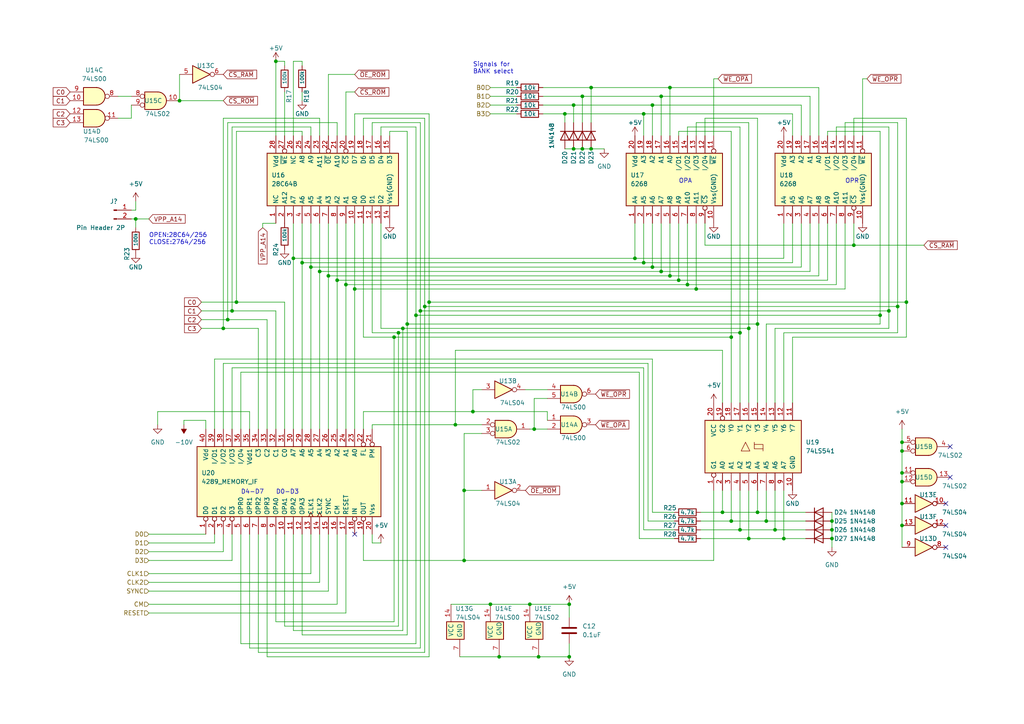
<source format=kicad_sch>
(kicad_sch (version 20230121) (generator eeschema)
  (paper "A4")
  (lib_symbols
    (symbol "000_MyLibrary:28C64B"
      (property "Reference" "U" (at -7.62 19.05 0))
      (property "Value" "28C64B" (at 1.27 19.05 0))
      (symbol "28C64B_1_1"
        (pin free line (at -12.7 15.24 0) (length 5.08) (name "NC") (number "1"))
        (pin input line (at -12.7 -7.62 0) (length 5.08) (name "A0") (number "10"))
        (pin tri_state line (at -12.7 -10.16 0) (length 5.08) (name "D0") (number "11"))
        (pin tri_state line (at -12.7 -12.7 0) (length 5.08) (name "D1") (number "12"))
        (pin tri_state line (at -12.7 -15.24 0) (length 5.08) (name "D2") (number "13"))
        (pin power_in line (at -12.7 -17.78 0) (length 5.08) (name "Vss(GND)") (number "14"))
        (pin tri_state line (at 12.7 -17.78 180) (length 5.08) (name "D3") (number "15"))
        (pin tri_state line (at 12.7 -15.24 180) (length 5.08) (name "D4") (number "16"))
        (pin tri_state line (at 12.7 -12.7 180) (length 5.08) (name "D5") (number "17"))
        (pin tri_state line (at 12.7 -10.16 180) (length 5.08) (name "D6") (number "18"))
        (pin tri_state line (at 12.7 -7.62 180) (length 5.08) (name "D7") (number "19"))
        (pin input line (at -12.7 12.7 0) (length 5.08) (name "A12") (number "2"))
        (pin input inverted (at 12.7 -5.08 180) (length 5.08) (name "~{CS}") (number "20"))
        (pin input line (at 12.7 -2.54 180) (length 5.08) (name "A10") (number "21"))
        (pin input inverted (at 12.7 0 180) (length 5.08) (name "~{OE}") (number "22"))
        (pin input line (at 12.7 2.54 180) (length 5.08) (name "A11") (number "23"))
        (pin input line (at 12.7 5.08 180) (length 5.08) (name "A9") (number "24"))
        (pin input line (at 12.7 7.62 180) (length 5.08) (name "A8") (number "25"))
        (pin free line (at 12.7 10.16 180) (length 5.08) (name "NC") (number "26"))
        (pin input inverted (at 12.7 12.7 180) (length 5.08) (name "~{WE}") (number "27"))
        (pin power_in line (at 12.7 15.24 180) (length 5.08) (name "Vdd") (number "28"))
        (pin input line (at -12.7 10.16 0) (length 5.08) (name "A7") (number "3"))
        (pin input line (at -12.7 7.62 0) (length 5.08) (name "A6") (number "4"))
        (pin input line (at -12.7 5.08 0) (length 5.08) (name "A5") (number "5"))
        (pin input line (at -12.7 2.54 0) (length 5.08) (name "A4") (number "6"))
        (pin input line (at -12.7 0 0) (length 5.08) (name "A3") (number "7"))
        (pin input line (at -12.7 -2.54 0) (length 5.08) (name "A2") (number "8"))
        (pin input line (at -12.7 -5.08 0) (length 5.08) (name "A1") (number "9"))
      )
    )
    (symbol "000_MyLibrary:4289_MEMORY_IF"
      (property "Reference" "U" (at -7.62 30.48 0))
      (property "Value" "4289_MEMORY_IF" (at 7.62 27.94 0))
      (symbol "4289_MEMORY_IF_1_1"
        (pin bidirectional inverted (at -15.24 24.13 0) (length 5.08) (name "D0") (number "1"))
        (pin input line (at -15.24 1.27 0) (length 5.08) (name "OPA1") (number "10"))
        (pin input line (at -15.24 -1.27 0) (length 5.08) (name "OPA2") (number "11"))
        (pin input line (at -15.24 -3.81 0) (length 5.08) (name "OPA3") (number "12"))
        (pin input clock (at -15.24 -6.35 0) (length 5.08) (name "CLK1") (number "13"))
        (pin input clock (at -15.24 -8.89 0) (length 5.08) (name "CLK2") (number "14"))
        (pin input line (at -15.24 -11.43 0) (length 5.08) (name "SYNC") (number "15"))
        (pin input line (at -15.24 -13.97 0) (length 5.08) (name "CM") (number "16"))
        (pin input line (at -15.24 -16.51 0) (length 5.08) (name "RESET") (number "17"))
        (pin output inverted (at -15.24 -19.05 0) (length 5.08) (name "IN") (number "18"))
        (pin output inverted (at -15.24 -21.59 0) (length 5.08) (name "OUT") (number "19"))
        (pin bidirectional inverted (at -15.24 21.59 0) (length 5.08) (name "D1") (number "2"))
        (pin power_in line (at -15.24 -24.13 0) (length 5.08) (name "Vss") (number "20"))
        (pin output inverted (at 15.24 -24.13 180) (length 5.08) (name "PM") (number "21"))
        (pin output inverted (at 15.24 -21.59 180) (length 5.08) (name "FL") (number "22"))
        (pin output line (at 15.24 -19.05 180) (length 5.08) (name "A0") (number "23"))
        (pin output line (at 15.24 -16.51 180) (length 5.08) (name "A1") (number "24"))
        (pin output line (at 15.24 -13.97 180) (length 5.08) (name "A2") (number "25"))
        (pin output line (at 15.24 -11.43 180) (length 5.08) (name "A3") (number "26"))
        (pin output line (at 15.24 -8.89 180) (length 5.08) (name "A4") (number "27"))
        (pin output line (at 15.24 -6.35 180) (length 5.08) (name "A5") (number "28"))
        (pin output line (at 15.24 -3.81 180) (length 5.08) (name "A6") (number "29"))
        (pin bidirectional inverted (at -15.24 19.05 0) (length 5.08) (name "D2") (number "3"))
        (pin output line (at 15.24 -1.27 180) (length 5.08) (name "A7") (number "30"))
        (pin output line (at 15.24 1.27 180) (length 5.08) (name "C0") (number "31"))
        (pin output line (at 15.24 3.81 180) (length 5.08) (name "C1") (number "32"))
        (pin output line (at 15.24 6.35 180) (length 5.08) (name "C2") (number "33"))
        (pin output line (at 15.24 8.89 180) (length 5.08) (name "C3") (number "34"))
        (pin power_in line (at 15.24 11.43 180) (length 5.08) (name "Vdd1") (number "35"))
        (pin bidirectional line (at 15.24 13.97 180) (length 5.08) (name "I/O4") (number "36"))
        (pin bidirectional line (at 15.24 16.51 180) (length 5.08) (name "I/O3") (number "37"))
        (pin bidirectional line (at 15.24 19.05 180) (length 5.08) (name "I/O2") (number "38"))
        (pin bidirectional line (at 15.24 21.59 180) (length 5.08) (name "I/O1") (number "39"))
        (pin bidirectional inverted (at -15.24 16.51 0) (length 5.08) (name "D3") (number "4"))
        (pin power_in line (at 15.24 24.13 180) (length 5.08) (name "Vdd") (number "40"))
        (pin input line (at -15.24 13.97 0) (length 5.08) (name "OPR0") (number "5"))
        (pin input line (at -15.24 11.43 0) (length 5.08) (name "OPR1") (number "6"))
        (pin input line (at -15.24 8.89 0) (length 5.08) (name "OPR2") (number "7"))
        (pin input line (at -15.24 6.35 0) (length 5.08) (name "OPR3") (number "8"))
        (pin input line (at -15.24 3.81 0) (length 5.08) (name "OPA0") (number "9"))
      )
    )
    (symbol "000_MyLibrary:6268"
      (property "Reference" "U17" (at 1.27 11.43 90))
      (property "Value" "6268" (at -1.27 11.43 90))
      (symbol "6268_1_1"
        (pin input line (at -12.7 10.16 0) (length 5.08) (name "A4") (number "1"))
        (pin power_in line (at -12.7 -12.7 0) (length 5.08) (name "Vss(GND)") (number "10"))
        (pin input inverted (at 12.7 -12.7 180) (length 5.08) (name "~{WE}") (number "11"))
        (pin tri_state line (at 12.7 -10.16 180) (length 5.08) (name "I/O4") (number "12"))
        (pin tri_state line (at 12.7 -7.62 180) (length 5.08) (name "I/O3") (number "13"))
        (pin tri_state line (at 12.7 -5.08 180) (length 5.08) (name "I/O2") (number "14"))
        (pin tri_state line (at 12.7 -2.54 180) (length 5.08) (name "I/O1") (number "15"))
        (pin input line (at 12.7 0 180) (length 5.08) (name "A0") (number "16"))
        (pin input line (at 12.7 2.54 180) (length 5.08) (name "A1") (number "17"))
        (pin input line (at 12.7 5.08 180) (length 5.08) (name "A2") (number "18"))
        (pin input line (at 12.7 7.62 180) (length 5.08) (name "A3") (number "19"))
        (pin input line (at -12.7 7.62 0) (length 5.08) (name "A5") (number "2"))
        (pin power_in line (at 12.7 10.16 180) (length 5.08) (name "Vdd") (number "20"))
        (pin input line (at -12.7 5.08 0) (length 5.08) (name "A6") (number "3"))
        (pin input line (at -12.7 2.54 0) (length 5.08) (name "A7") (number "4"))
        (pin input line (at -12.7 0 0) (length 5.08) (name "A8") (number "5"))
        (pin input line (at -12.7 -2.54 0) (length 5.08) (name "A9") (number "6"))
        (pin input line (at -12.7 -5.08 0) (length 5.08) (name "A10") (number "7"))
        (pin input line (at -12.7 -7.62 0) (length 5.08) (name "A11") (number "8"))
        (pin input inverted (at -12.7 -10.16 0) (length 5.08) (name "~{CS}") (number "9"))
      )
    )
    (symbol "000_MyLibrary:74LS00" (pin_names (offset 1.016))
      (property "Reference" "U" (at -1.27 6.35 0))
      (property "Value" "74LS00" (at 1.27 3.81 0))
      (symbol "74LS00_1_1"
        (pin input line (at -7.62 1.27 0) (length 3.81) (name "~") (number "1"))
        (pin input line (at -7.62 -1.27 0) (length 3.81) (name "~") (number "2"))
        (pin output inverted (at 6.35 0 180) (length 3.81) (name "~") (number "3"))
      )
      (symbol "74LS00_1_2"
        (pin input inverted (at -7.62 1.27 0) (length 4.318) (name "~") (number "1"))
        (pin input inverted (at -7.62 -1.27 0) (length 4.318) (name "~") (number "2"))
        (pin output line (at 6.35 0 180) (length 3.81) (name "~") (number "3"))
      )
      (symbol "74LS00_2_1"
        (pin input line (at -7.62 1.27 0) (length 3.81) (name "~") (number "4"))
        (pin input line (at -7.62 -1.27 0) (length 3.81) (name "~") (number "5"))
        (pin output inverted (at 6.35 0 180) (length 3.81) (name "~") (number "6"))
      )
      (symbol "74LS00_2_2"
        (pin input inverted (at -7.62 1.27 0) (length 4.318) (name "~") (number "4"))
        (pin input inverted (at -7.62 -1.27 0) (length 4.318) (name "~") (number "5"))
        (pin output line (at 6.35 0 180) (length 3.81) (name "~") (number "6"))
      )
      (symbol "74LS00_3_1"
        (pin input line (at -7.62 -1.27 0) (length 3.81) (name "~") (number "10"))
        (pin output inverted (at 6.35 0 180) (length 3.81) (name "~") (number "8"))
        (pin input line (at -7.62 1.27 0) (length 3.81) (name "~") (number "9"))
      )
      (symbol "74LS00_3_2"
        (pin input inverted (at -7.62 -1.27 0) (length 4.318) (name "~") (number "10"))
        (pin output line (at 6.35 0 180) (length 3.81) (name "~") (number "8"))
        (pin input inverted (at -7.62 1.27 0) (length 4.318) (name "~") (number "9"))
      )
      (symbol "74LS00_4_1"
        (pin output inverted (at 6.35 0 180) (length 3.81) (name "~") (number "11"))
        (pin input line (at -7.62 1.27 0) (length 3.81) (name "~") (number "12"))
        (pin input line (at -7.62 -1.27 0) (length 3.81) (name "~") (number "13"))
      )
      (symbol "74LS00_4_2"
        (pin output line (at 6.35 0 180) (length 3.81) (name "~") (number "11"))
        (pin input inverted (at -7.62 1.27 0) (length 4.318) (name "~") (number "12"))
        (pin input inverted (at -7.62 -1.27 0) (length 4.318) (name "~") (number "13"))
      )
      (symbol "74LS00_5_0"
        (pin power_in line (at -1.27 7.62 270) (length 5.08) (name "VCC") (number "14"))
        (pin power_in line (at 1.27 -7.62 90) (length 5.08) (name "GND") (number "7"))
      )
    )
    (symbol "000_MyLibrary:74LS02" (pin_names (offset 1.016))
      (property "Reference" "U" (at 0 6.35 0))
      (property "Value" "74LS02" (at 2.54 3.81 0))
      (symbol "74LS02_1_1"
        (pin output inverted (at 6.35 0 180) (length 3.81) (name "~") (number "1"))
        (pin input line (at -7.62 1.27 0) (length 4.318) (name "~") (number "2"))
        (pin input line (at -7.62 -1.27 0) (length 4.318) (name "~") (number "3"))
      )
      (symbol "74LS02_1_2"
        (pin output line (at 6.35 0 180) (length 3.81) (name "~") (number "1"))
        (pin input inverted (at -7.62 1.27 0) (length 3.81) (name "~") (number "2"))
        (pin input inverted (at -7.62 -1.27 0) (length 3.81) (name "~") (number "3"))
      )
      (symbol "74LS02_2_1"
        (pin output inverted (at 6.35 0 180) (length 3.81) (name "~") (number "4"))
        (pin input line (at -7.62 1.27 0) (length 4.318) (name "~") (number "5"))
        (pin input line (at -7.62 -1.27 0) (length 4.318) (name "~") (number "6"))
      )
      (symbol "74LS02_2_2"
        (pin output line (at 6.35 0 180) (length 3.81) (name "~") (number "4"))
        (pin input inverted (at -7.62 1.27 0) (length 3.81) (name "~") (number "5"))
        (pin input inverted (at -7.62 -1.27 0) (length 3.81) (name "~") (number "6"))
      )
      (symbol "74LS02_3_1"
        (pin output inverted (at 6.35 0 180) (length 3.81) (name "~") (number "10"))
        (pin input line (at -7.62 1.27 0) (length 4.318) (name "~") (number "8"))
        (pin input line (at -7.62 -1.27 0) (length 4.318) (name "~") (number "9"))
      )
      (symbol "74LS02_3_2"
        (pin output line (at 6.35 0 180) (length 3.81) (name "~") (number "10"))
        (pin input inverted (at -7.62 1.27 0) (length 3.81) (name "~") (number "8"))
        (pin input inverted (at -7.62 -1.27 0) (length 3.81) (name "~") (number "9"))
      )
      (symbol "74LS02_4_1"
        (pin input line (at -7.62 1.27 0) (length 4.318) (name "~") (number "11"))
        (pin input line (at -7.62 -1.27 0) (length 4.318) (name "~") (number "12"))
        (pin output inverted (at 6.35 0 180) (length 3.81) (name "~") (number "13"))
      )
      (symbol "74LS02_4_2"
        (pin input inverted (at -7.62 1.27 0) (length 3.81) (name "~") (number "11"))
        (pin input inverted (at -7.62 -1.27 0) (length 3.81) (name "~") (number "12"))
        (pin output line (at 6.35 0 180) (length 3.81) (name "~") (number "13"))
      )
      (symbol "74LS02_5_0"
        (pin power_in line (at -1.27 7.62 270) (length 5.08) (name "VCC") (number "14"))
        (pin power_in line (at 1.27 -7.62 90) (length 5.08) (name "GND") (number "7"))
      )
    )
    (symbol "000_MyLibrary:74LS04"
      (property "Reference" "U" (at 0 5.08 0))
      (property "Value" "74LS04" (at 2.54 2.54 0))
      (symbol "74LS04_1_0"
        (pin input line (at -6.35 0 0) (length 3.81) (name "~") (number "1"))
        (pin output inverted (at 6.35 0 180) (length 3.81) (name "~") (number "2"))
      )
      (symbol "74LS04_2_0"
        (pin input line (at -6.35 0 0) (length 3.81) (name "~") (number "3"))
        (pin output inverted (at 6.35 0 180) (length 3.81) (name "~") (number "4"))
      )
      (symbol "74LS04_3_0"
        (pin input line (at -6.35 0 0) (length 3.81) (name "~") (number "5"))
        (pin output inverted (at 6.35 0 180) (length 3.81) (name "~") (number "6"))
      )
      (symbol "74LS04_4_0"
        (pin output inverted (at 6.35 0 180) (length 3.81) (name "~") (number "8"))
        (pin input line (at -6.35 0 0) (length 3.81) (name "~") (number "9"))
      )
      (symbol "74LS04_5_0"
        (pin output inverted (at 6.35 0 180) (length 3.81) (name "~") (number "10"))
        (pin input line (at -6.35 0 0) (length 3.81) (name "~") (number "11"))
      )
      (symbol "74LS04_6_0"
        (pin output inverted (at 6.35 0 180) (length 3.81) (name "~") (number "12"))
        (pin input line (at -6.35 0 0) (length 3.81) (name "~") (number "13"))
      )
      (symbol "74LS04_7_0"
        (pin power_in line (at -1.27 7.62 270) (length 5.08) (name "VCC") (number "14"))
        (pin power_in line (at 1.27 -7.62 90) (length 5.08) (name "GND") (number "7"))
      )
    )
    (symbol "000_MyLibrary:74LS541" (pin_names (offset 1.016))
      (property "Reference" "U" (at -7.62 15.24 0))
      (property "Value" "74LS541" (at 3.81 15.24 0))
      (symbol "74LS541_1_0"
        (pin input inverted (at -12.7 11.43 0) (length 5.08) (name "G1") (number "1"))
        (pin power_in line (at -12.7 -11.43 0) (length 5.08) (name "GND") (number "10"))
        (pin tri_state line (at 12.7 -11.43 180) (length 5.08) (name "Y7") (number "11"))
        (pin tri_state line (at 12.7 -8.89 180) (length 5.08) (name "Y6") (number "12"))
        (pin tri_state line (at 12.7 -6.35 180) (length 5.08) (name "Y5") (number "13"))
        (pin tri_state line (at 12.7 -3.81 180) (length 5.08) (name "Y4") (number "14"))
        (pin tri_state line (at 12.7 -1.27 180) (length 5.08) (name "Y3") (number "15"))
        (pin tri_state line (at 12.7 1.27 180) (length 5.08) (name "Y2") (number "16"))
        (pin tri_state line (at 12.7 3.81 180) (length 5.08) (name "Y1") (number "17"))
        (pin tri_state line (at 12.7 6.35 180) (length 5.08) (name "Y0") (number "18"))
        (pin input inverted (at 12.7 8.89 180) (length 5.08) (name "G2") (number "19"))
        (pin input line (at -12.7 8.89 0) (length 5.08) (name "A0") (number "2"))
        (pin power_in line (at 12.7 11.43 180) (length 5.08) (name "VCC") (number "20"))
        (pin input line (at -12.7 6.35 0) (length 5.08) (name "A1") (number "3"))
        (pin input line (at -12.7 3.81 0) (length 5.08) (name "A2") (number "4"))
        (pin input line (at -12.7 1.27 0) (length 5.08) (name "A3") (number "5"))
        (pin input line (at -12.7 -1.27 0) (length 5.08) (name "A4") (number "6"))
        (pin input line (at -12.7 -3.81 0) (length 5.08) (name "A5") (number "7"))
        (pin input line (at -12.7 -6.35 0) (length 5.08) (name "A6") (number "8"))
        (pin input line (at -12.7 -8.89 0) (length 5.08) (name "A7") (number "9"))
      )
    )
    (symbol "000_MyLibrary:C" (pin_numbers hide) (pin_names (offset 0.254))
      (property "Reference" "C" (at 0.635 2.54 0))
      (property "Value" "C" (at 0.635 -2.54 0))
      (symbol "C_1_1"
        (pin passive line (at 0 3.81 270) (length 2.794) (name "~") (number "1"))
        (pin passive line (at 0 -3.81 90) (length 2.794) (name "~") (number "2"))
      )
    )
    (symbol "000_MyLibrary:Conn_01x02_Male" (pin_names (offset 1.016) hide)
      (property "Reference" "J" (at 0 2.54 0))
      (property "Value" "Conn_01x02_Male" (at 0 -5.08 0))
      (symbol "Conn_01x02_Male_1_1"
        (pin passive line (at 5.08 0 180) (length 3.81) (name "Pin_1") (number "1"))
        (pin passive line (at 5.08 -2.54 180) (length 3.81) (name "Pin_2") (number "2"))
      )
    )
    (symbol "000_MyLibrary:R" (pin_numbers hide) (pin_names (offset 0))
      (property "Reference" "R" (at 2.032 0 90))
      (property "Value" "R" (at 0 0 90))
      (symbol "R_1_1"
        (pin passive line (at 0 3.81 270) (length 1.27) (name "~") (number "1"))
        (pin passive line (at 0 -3.81 90) (length 1.27) (name "~") (number "2"))
      )
    )
    (symbol "6268_1"
      (property "Reference" "U18" (at 1.27 11.43 90))
      (property "Value" "6268" (at -1.27 11.43 90))
      (symbol "6268_1_1_1"
        (pin input line (at -12.7 10.16 0) (length 5.08) (name "A4") (number "1"))
        (pin power_in line (at -12.7 -12.7 0) (length 5.08) (name "Vss(GND)") (number "10"))
        (pin input inverted (at 12.7 -12.7 180) (length 5.08) (name "~{WE}") (number "11"))
        (pin tri_state line (at 12.7 -10.16 180) (length 5.08) (name "I/O4") (number "12"))
        (pin tri_state line (at 12.7 -7.62 180) (length 5.08) (name "I/O3") (number "13"))
        (pin tri_state line (at 12.7 -5.08 180) (length 5.08) (name "I/O2") (number "14"))
        (pin tri_state line (at 12.7 -2.54 180) (length 5.08) (name "I/O1") (number "15"))
        (pin input line (at 12.7 0 180) (length 5.08) (name "A0") (number "16"))
        (pin input line (at 12.7 2.54 180) (length 5.08) (name "A1") (number "17"))
        (pin input line (at 12.7 5.08 180) (length 5.08) (name "A2") (number "18"))
        (pin input line (at 12.7 7.62 180) (length 5.08) (name "A3") (number "19"))
        (pin input line (at -12.7 7.62 0) (length 5.08) (name "A5") (number "2"))
        (pin power_in line (at 12.7 10.16 180) (length 5.08) (name "Vdd") (number "20"))
        (pin input line (at -12.7 5.08 0) (length 5.08) (name "A6") (number "3"))
        (pin input line (at -12.7 2.54 0) (length 5.08) (name "A7") (number "4"))
        (pin input line (at -12.7 0 0) (length 5.08) (name "A8") (number "5"))
        (pin input line (at -12.7 -2.54 0) (length 5.08) (name "A9") (number "6"))
        (pin input line (at -12.7 -5.08 0) (length 5.08) (name "A10") (number "7"))
        (pin input line (at -12.7 -7.62 0) (length 5.08) (name "A11") (number "8"))
        (pin input inverted (at -12.7 -10.16 0) (length 5.08) (name "~{CS}") (number "9"))
      )
    )
    (symbol "74LS00_1" (pin_names (offset 1.016))
      (property "Reference" "U" (at -1.27 6.35 0))
      (property "Value" "74LS00_1" (at 1.27 3.81 0))
      (symbol "74LS00_1_1_1"
        (pin input line (at -7.62 1.27 0) (length 3.81) (name "~") (number "1"))
        (pin input line (at -7.62 -1.27 0) (length 3.81) (name "~") (number "2"))
        (pin output inverted (at 6.35 0 180) (length 3.81) (name "~") (number "3"))
      )
      (symbol "74LS00_1_1_2"
        (pin input inverted (at -7.62 1.27 0) (length 4.318) (name "~") (number "1"))
        (pin input inverted (at -7.62 -1.27 0) (length 4.318) (name "~") (number "2"))
        (pin output line (at 6.35 0 180) (length 3.81) (name "~") (number "3"))
      )
      (symbol "74LS00_1_2_1"
        (pin input line (at -7.62 1.27 0) (length 3.81) (name "~") (number "4"))
        (pin input line (at -7.62 -1.27 0) (length 3.81) (name "~") (number "5"))
        (pin output inverted (at 6.35 0 180) (length 3.81) (name "~") (number "6"))
      )
      (symbol "74LS00_1_2_2"
        (pin input inverted (at -7.62 1.27 0) (length 4.318) (name "~") (number "4"))
        (pin input inverted (at -7.62 -1.27 0) (length 4.318) (name "~") (number "5"))
        (pin output line (at 6.35 0 180) (length 3.81) (name "~") (number "6"))
      )
      (symbol "74LS00_1_3_1"
        (pin input line (at -7.62 -1.27 0) (length 3.81) (name "~") (number "10"))
        (pin output inverted (at 6.35 0 180) (length 3.81) (name "~") (number "8"))
        (pin input line (at -7.62 1.27 0) (length 3.81) (name "~") (number "9"))
      )
      (symbol "74LS00_1_3_2"
        (pin input inverted (at -7.62 -1.27 0) (length 4.318) (name "~") (number "10"))
        (pin output line (at 6.35 0 180) (length 3.81) (name "~") (number "8"))
        (pin input inverted (at -7.62 1.27 0) (length 4.318) (name "~") (number "9"))
      )
      (symbol "74LS00_1_4_1"
        (pin output inverted (at 6.35 0 180) (length 3.81) (name "~") (number "11"))
        (pin input line (at -7.62 1.27 0) (length 3.81) (name "~") (number "12"))
        (pin input line (at -7.62 -1.27 0) (length 3.81) (name "~") (number "13"))
      )
      (symbol "74LS00_1_4_2"
        (pin output line (at 6.35 0 180) (length 3.81) (name "~") (number "11"))
        (pin input inverted (at -7.62 1.27 0) (length 4.318) (name "~") (number "12"))
        (pin input inverted (at -7.62 -1.27 0) (length 4.318) (name "~") (number "13"))
      )
      (symbol "74LS00_1_5_0"
        (pin power_in line (at -1.27 7.62 270) (length 5.08) (name "VCC") (number "14"))
        (pin power_in line (at 1.27 -7.62 90) (length 5.08) (name "GND") (number "7"))
      )
    )
    (symbol "74LS00_2" (pin_names (offset 1.016))
      (property "Reference" "U" (at -1.27 6.35 0))
      (property "Value" "74LS00_2" (at 1.27 3.81 0))
      (symbol "74LS00_2_1_1"
        (pin input line (at -7.62 1.27 0) (length 3.81) (name "~") (number "1"))
        (pin input line (at -7.62 -1.27 0) (length 3.81) (name "~") (number "2"))
        (pin output inverted (at 6.35 0 180) (length 3.81) (name "~") (number "3"))
      )
      (symbol "74LS00_2_1_2"
        (pin input inverted (at -7.62 1.27 0) (length 4.318) (name "~") (number "1"))
        (pin input inverted (at -7.62 -1.27 0) (length 4.318) (name "~") (number "2"))
        (pin output line (at 6.35 0 180) (length 3.81) (name "~") (number "3"))
      )
      (symbol "74LS00_2_2_1"
        (pin input line (at -7.62 1.27 0) (length 3.81) (name "~") (number "4"))
        (pin input line (at -7.62 -1.27 0) (length 3.81) (name "~") (number "5"))
        (pin output inverted (at 6.35 0 180) (length 3.81) (name "~") (number "6"))
      )
      (symbol "74LS00_2_2_2"
        (pin input inverted (at -7.62 1.27 0) (length 4.318) (name "~") (number "4"))
        (pin input inverted (at -7.62 -1.27 0) (length 4.318) (name "~") (number "5"))
        (pin output line (at 6.35 0 180) (length 3.81) (name "~") (number "6"))
      )
      (symbol "74LS00_2_3_1"
        (pin input line (at -7.62 -1.27 0) (length 3.81) (name "~") (number "10"))
        (pin output inverted (at 6.35 0 180) (length 3.81) (name "~") (number "8"))
        (pin input line (at -7.62 1.27 0) (length 3.81) (name "~") (number "9"))
      )
      (symbol "74LS00_2_3_2"
        (pin input inverted (at -7.62 -1.27 0) (length 4.318) (name "~") (number "10"))
        (pin output line (at 6.35 0 180) (length 3.81) (name "~") (number "8"))
        (pin input inverted (at -7.62 1.27 0) (length 4.318) (name "~") (number "9"))
      )
      (symbol "74LS00_2_4_1"
        (pin output inverted (at 6.35 0 180) (length 3.81) (name "~") (number "11"))
        (pin input line (at -7.62 1.27 0) (length 3.81) (name "~") (number "12"))
        (pin input line (at -7.62 -1.27 0) (length 3.81) (name "~") (number "13"))
      )
      (symbol "74LS00_2_4_2"
        (pin output line (at 6.35 0 180) (length 3.81) (name "~") (number "11"))
        (pin input inverted (at -7.62 1.27 0) (length 4.318) (name "~") (number "12"))
        (pin input inverted (at -7.62 -1.27 0) (length 4.318) (name "~") (number "13"))
      )
      (symbol "74LS00_2_5_0"
        (pin power_in line (at -1.27 7.62 270) (length 5.08) (name "VCC") (number "14"))
        (pin power_in line (at 1.27 -7.62 90) (length 5.08) (name "GND") (number "7"))
      )
    )
    (symbol "74LS00_3" (pin_names (offset 1.016))
      (property "Reference" "U" (at -1.27 6.35 0))
      (property "Value" "74LS00_3" (at 1.27 3.81 0))
      (symbol "74LS00_3_1_1"
        (pin input line (at -7.62 1.27 0) (length 3.81) (name "~") (number "1"))
        (pin input line (at -7.62 -1.27 0) (length 3.81) (name "~") (number "2"))
        (pin output inverted (at 6.35 0 180) (length 3.81) (name "~") (number "3"))
      )
      (symbol "74LS00_3_1_2"
        (pin input inverted (at -7.62 1.27 0) (length 4.318) (name "~") (number "1"))
        (pin input inverted (at -7.62 -1.27 0) (length 4.318) (name "~") (number "2"))
        (pin output line (at 6.35 0 180) (length 3.81) (name "~") (number "3"))
      )
      (symbol "74LS00_3_2_1"
        (pin input line (at -7.62 1.27 0) (length 3.81) (name "~") (number "4"))
        (pin input line (at -7.62 -1.27 0) (length 3.81) (name "~") (number "5"))
        (pin output inverted (at 6.35 0 180) (length 3.81) (name "~") (number "6"))
      )
      (symbol "74LS00_3_2_2"
        (pin input inverted (at -7.62 1.27 0) (length 4.318) (name "~") (number "4"))
        (pin input inverted (at -7.62 -1.27 0) (length 4.318) (name "~") (number "5"))
        (pin output line (at 6.35 0 180) (length 3.81) (name "~") (number "6"))
      )
      (symbol "74LS00_3_3_1"
        (pin input line (at -7.62 -1.27 0) (length 3.81) (name "~") (number "10"))
        (pin output inverted (at 6.35 0 180) (length 3.81) (name "~") (number "8"))
        (pin input line (at -7.62 1.27 0) (length 3.81) (name "~") (number "9"))
      )
      (symbol "74LS00_3_3_2"
        (pin input inverted (at -7.62 -1.27 0) (length 4.318) (name "~") (number "10"))
        (pin output line (at 6.35 0 180) (length 3.81) (name "~") (number "8"))
        (pin input inverted (at -7.62 1.27 0) (length 4.318) (name "~") (number "9"))
      )
      (symbol "74LS00_3_4_1"
        (pin output inverted (at 6.35 0 180) (length 3.81) (name "~") (number "11"))
        (pin input line (at -7.62 1.27 0) (length 3.81) (name "~") (number "12"))
        (pin input line (at -7.62 -1.27 0) (length 3.81) (name "~") (number "13"))
      )
      (symbol "74LS00_3_4_2"
        (pin output line (at 6.35 0 180) (length 3.81) (name "~") (number "11"))
        (pin input inverted (at -7.62 1.27 0) (length 4.318) (name "~") (number "12"))
        (pin input inverted (at -7.62 -1.27 0) (length 4.318) (name "~") (number "13"))
      )
      (symbol "74LS00_3_5_0"
        (pin power_in line (at -1.27 7.62 270) (length 5.08) (name "VCC") (number "14"))
        (pin power_in line (at 1.27 -7.62 90) (length 5.08) (name "GND") (number "7"))
      )
    )
    (symbol "74LS00_4" (pin_names (offset 1.016))
      (property "Reference" "U" (at -1.27 6.35 0))
      (property "Value" "74LS00_4" (at 1.27 3.81 0))
      (symbol "74LS00_4_1_1"
        (pin input line (at -7.62 1.27 0) (length 3.81) (name "~") (number "1"))
        (pin input line (at -7.62 -1.27 0) (length 3.81) (name "~") (number "2"))
        (pin output inverted (at 6.35 0 180) (length 3.81) (name "~") (number "3"))
      )
      (symbol "74LS00_4_1_2"
        (pin input inverted (at -7.62 1.27 0) (length 4.318) (name "~") (number "1"))
        (pin input inverted (at -7.62 -1.27 0) (length 4.318) (name "~") (number "2"))
        (pin output line (at 6.35 0 180) (length 3.81) (name "~") (number "3"))
      )
      (symbol "74LS00_4_2_1"
        (pin input line (at -7.62 1.27 0) (length 3.81) (name "~") (number "4"))
        (pin input line (at -7.62 -1.27 0) (length 3.81) (name "~") (number "5"))
        (pin output inverted (at 6.35 0 180) (length 3.81) (name "~") (number "6"))
      )
      (symbol "74LS00_4_2_2"
        (pin input inverted (at -7.62 1.27 0) (length 4.318) (name "~") (number "4"))
        (pin input inverted (at -7.62 -1.27 0) (length 4.318) (name "~") (number "5"))
        (pin output line (at 6.35 0 180) (length 3.81) (name "~") (number "6"))
      )
      (symbol "74LS00_4_3_1"
        (pin input line (at -7.62 -1.27 0) (length 3.81) (name "~") (number "10"))
        (pin output inverted (at 6.35 0 180) (length 3.81) (name "~") (number "8"))
        (pin input line (at -7.62 1.27 0) (length 3.81) (name "~") (number "9"))
      )
      (symbol "74LS00_4_3_2"
        (pin input inverted (at -7.62 -1.27 0) (length 4.318) (name "~") (number "10"))
        (pin output line (at 6.35 0 180) (length 3.81) (name "~") (number "8"))
        (pin input inverted (at -7.62 1.27 0) (length 4.318) (name "~") (number "9"))
      )
      (symbol "74LS00_4_4_1"
        (pin output inverted (at 6.35 0 180) (length 3.81) (name "~") (number "11"))
        (pin input line (at -7.62 1.27 0) (length 3.81) (name "~") (number "12"))
        (pin input line (at -7.62 -1.27 0) (length 3.81) (name "~") (number "13"))
      )
      (symbol "74LS00_4_4_2"
        (pin output line (at 6.35 0 180) (length 3.81) (name "~") (number "11"))
        (pin input inverted (at -7.62 1.27 0) (length 4.318) (name "~") (number "12"))
        (pin input inverted (at -7.62 -1.27 0) (length 4.318) (name "~") (number "13"))
      )
      (symbol "74LS00_4_5_0"
        (pin power_in line (at -1.27 7.62 270) (length 5.08) (name "VCC") (number "14"))
        (pin power_in line (at 1.27 -7.62 90) (length 5.08) (name "GND") (number "7"))
      )
    )
    (symbol "Diode:1N4148" (pin_numbers hide) (pin_names hide)
      (property "Reference" "D" (at 0 2.54 0))
      (property "Value" "1N4148" (at 0 -2.54 0))
      (symbol "1N4148_1_1"
        (pin passive line (at -3.81 0 0) (length 2.54) (name "K") (number "1"))
        (pin passive line (at 3.81 0 180) (length 2.54) (name "A") (number "2"))
      )
    )
    (symbol "power:+5V" (power) (pin_names (offset 0))
      (property "Value" "+5V" (at 0 3.556 0))
      (symbol "+5V_1_1"
        (pin power_in line (at 0 0 90) (length 0) hide (name "+5V") (number "1"))
      )
    )
    (symbol "power:-10V" (power) (pin_names (offset 0))
      (property "Value" "-10V" (at 0 3.81 0))
      (symbol "-10V_0_0"
        (pin power_in line (at 0 0 90) (length 0) hide (name "-10V") (number "1"))
      )
    )
    (symbol "power:GND" (power) (pin_names (offset 0))
      (property "Value" "GND" (at 0 -3.81 0))
      (symbol "GND_1_1"
        (pin power_in line (at 0 0 270) (length 0) hide (name "GND") (number "1"))
      )
    )
  )
  (junction (at 85.09 74.93))
  (junction (at 124.46 87.63))
  (junction (at 186.69 76.2))
  (junction (at 201.93 83.82))
  (junction (at 194.31 25.4))
  (junction (at 166.37 30.48))
  (junction (at 142.24 175.26))
  (junction (at 241.3 151.13))
  (junction (at 217.17 156.21))
  (junction (at 184.15 74.93))
  (junction (at 132.08 123.19))
  (junction (at 154.94 124.46))
  (junction (at 196.85 81.28))
  (junction (at 191.77 27.94))
  (junction (at 261.62 152.4))
  (junction (at 97.79 81.28))
  (junction (at 115.57 96.52))
  (junction (at 214.63 153.67))
  (junction (at 90.17 77.47))
  (junction (at 241.3 153.67))
  (junction (at 39.37 63.5))
  (junction (at 100.33 82.55))
  (junction (at 186.69 33.02))
  (junction (at 95.25 80.01))
  (junction (at 137.16 119.38))
  (junction (at 199.39 82.55))
  (junction (at 120.65 91.44))
  (junction (at 144.78 190.5))
  (junction (at 241.3 156.21))
  (junction (at 114.3 97.79))
  (junction (at 255.27 91.44))
  (junction (at 262.89 87.63))
  (junction (at 118.11 93.98))
  (junction (at 261.62 137.16))
  (junction (at 257.81 90.17))
  (junction (at 87.63 76.2))
  (junction (at 64.77 95.25))
  (junction (at 121.92 90.17))
  (junction (at 134.62 162.56))
  (junction (at 247.65 71.12))
  (junction (at 68.58 87.63))
  (junction (at 123.19 88.9))
  (junction (at 261.62 130.81))
  (junction (at 156.21 190.5))
  (junction (at 116.84 95.25))
  (junction (at 52.07 29.21))
  (junction (at 261.62 146.05))
  (junction (at 165.1 190.5))
  (junction (at 153.67 175.26))
  (junction (at 166.37 43.18))
  (junction (at 92.71 78.74))
  (junction (at 171.45 25.4))
  (junction (at 168.91 27.94))
  (junction (at 189.23 77.47))
  (junction (at 261.62 139.7))
  (junction (at 191.77 78.74))
  (junction (at 219.71 93.98))
  (junction (at 67.31 90.17))
  (junction (at 212.09 151.13))
  (junction (at 260.35 88.9))
  (junction (at 209.55 148.59))
  (junction (at 194.31 80.01))
  (junction (at 212.09 97.79))
  (junction (at 134.62 142.24))
  (junction (at 168.91 43.18))
  (junction (at 217.17 95.25))
  (junction (at 80.01 17.78))
  (junction (at 261.62 128.27))
  (junction (at 222.25 151.13))
  (junction (at 189.23 30.48))
  (junction (at 224.79 153.67))
  (junction (at 102.87 83.82))
  (junction (at 219.71 148.59))
  (junction (at 163.83 33.02))
  (junction (at 171.45 43.18))
  (junction (at 165.1 175.26))
  (junction (at 227.33 156.21))
  (junction (at 214.63 96.52))
  (junction (at 66.04 92.71))
  (no_connect (at 274.32 146.05))
  (no_connect (at 102.87 154.94))
  (no_connect (at 274.32 158.75))
  (no_connect (at 274.32 152.4))
  (no_connect (at 275.59 129.54))
  (no_connect (at 275.59 138.43))
  (wire (pts (xy 102.87 83.82) (xy 102.87 124.46)))
  (wire (pts (xy 212.09 142.24) (xy 212.09 151.13)))
  (wire (pts (xy 92.71 39.37) (xy 92.71 34.29)))
  (wire (pts (xy 186.69 33.02) (xy 186.69 39.37)))
  (wire (pts (xy 222.25 142.24) (xy 222.25 151.13)))
  (wire (pts (xy 107.95 35.56) (xy 121.92 35.56)))
  (wire (pts (xy 120.65 91.44) (xy 255.27 91.44)))
  (wire (pts (xy 77.47 124.46) (xy 77.47 92.71)))
  (wire (pts (xy 158.75 115.57) (xy 154.94 115.57)))
  (wire (pts (xy 142.24 33.02) (xy 149.86 33.02)))
  (wire (pts (xy 68.58 87.63) (xy 82.55 87.63)))
  (wire (pts (xy 92.71 78.74) (xy 191.77 78.74)))
  (wire (pts (xy 116.84 95.25) (xy 217.17 95.25)))
  (wire (pts (xy 133.35 190.5) (xy 144.78 190.5)))
  (wire (pts (xy 80.01 17.78) (xy 80.01 39.37)))
  (wire (pts (xy 186.69 153.67) (xy 195.58 153.67)))
  (wire (pts (xy 199.39 64.77) (xy 199.39 82.55)))
  (wire (pts (xy 242.57 39.37) (xy 242.57 36.83)))
  (wire (pts (xy 207.01 22.86) (xy 208.28 22.86)))
  (wire (pts (xy 209.55 101.6) (xy 132.08 101.6)))
  (wire (pts (xy 87.63 184.15) (xy 118.11 184.15)))
  (wire (pts (xy 116.84 95.25) (xy 116.84 182.88)))
  (wire (pts (xy 196.85 81.28) (xy 240.03 81.28)))
  (wire (pts (xy 240.03 64.77) (xy 240.03 81.28)))
  (wire (pts (xy 80.01 154.94) (xy 80.01 180.34)))
  (wire (pts (xy 87.63 38.1) (xy 87.63 39.37)))
  (wire (pts (xy 80.01 180.34) (xy 114.3 180.34)))
  (wire (pts (xy 144.78 190.5) (xy 156.21 190.5)))
  (wire (pts (xy 261.62 152.4) (xy 261.62 158.75)))
  (wire (pts (xy 224.79 95.25) (xy 224.79 116.84)))
  (wire (pts (xy 110.49 95.25) (xy 116.84 95.25)))
  (wire (pts (xy 82.55 181.61) (xy 115.57 181.61)))
  (wire (pts (xy 97.79 81.28) (xy 196.85 81.28)))
  (wire (pts (xy 105.41 34.29) (xy 123.19 34.29)))
  (wire (pts (xy 90.17 77.47) (xy 189.23 77.47)))
  (wire (pts (xy 66.04 92.71) (xy 66.04 35.56)))
  (wire (pts (xy 95.25 21.59) (xy 102.87 21.59)))
  (wire (pts (xy 100.33 82.55) (xy 199.39 82.55)))
  (wire (pts (xy 74.93 95.25) (xy 64.77 95.25)))
  (wire (pts (xy 166.37 30.48) (xy 166.37 35.56)))
  (wire (pts (xy 153.67 124.46) (xy 154.94 124.46)))
  (wire (pts (xy 214.63 96.52) (xy 214.63 116.84)))
  (wire (pts (xy 123.19 34.29) (xy 123.19 88.9)))
  (wire (pts (xy 199.39 36.83) (xy 214.63 36.83)))
  (wire (pts (xy 189.23 104.14) (xy 189.23 148.59)))
  (wire (pts (xy 247.65 71.12) (xy 267.97 71.12)))
  (wire (pts (xy 64.77 95.25) (xy 64.77 34.29)))
  (wire (pts (xy 204.47 39.37) (xy 204.47 34.29)))
  (wire (pts (xy 156.21 190.5) (xy 165.1 190.5)))
  (wire (pts (xy 87.63 38.1) (xy 68.58 38.1)))
  (wire (pts (xy 67.31 106.68) (xy 186.69 106.68)))
  (wire (pts (xy 52.07 21.59) (xy 52.07 29.21)))
  (wire (pts (xy 123.19 189.23) (xy 74.93 189.23)))
  (wire (pts (xy 250.19 22.86) (xy 251.46 22.86)))
  (wire (pts (xy 166.37 43.18) (xy 168.91 43.18)))
  (wire (pts (xy 247.65 64.77) (xy 247.65 71.12)))
  (wire (pts (xy 157.48 30.48) (xy 166.37 30.48)))
  (wire (pts (xy 62.23 104.14) (xy 62.23 124.46)))
  (wire (pts (xy 242.57 36.83) (xy 257.81 36.83)))
  (wire (pts (xy 163.83 33.02) (xy 163.83 35.56)))
  (wire (pts (xy 191.77 78.74) (xy 234.95 78.74)))
  (wire (pts (xy 142.24 175.26) (xy 153.67 175.26)))
  (wire (pts (xy 85.09 39.37) (xy 85.09 17.78)))
  (wire (pts (xy 171.45 25.4) (xy 171.45 35.56)))
  (wire (pts (xy 185.42 156.21) (xy 195.58 156.21)))
  (wire (pts (xy 72.39 154.94) (xy 72.39 187.96)))
  (wire (pts (xy 69.85 107.95) (xy 69.85 124.46)))
  (wire (pts (xy 105.41 119.38) (xy 137.16 119.38)))
  (wire (pts (xy 261.62 130.81) (xy 261.62 137.16)))
  (wire (pts (xy 234.95 64.77) (xy 234.95 78.74)))
  (wire (pts (xy 241.3 153.67) (xy 241.3 156.21)))
  (wire (pts (xy 90.17 64.77) (xy 90.17 77.47)))
  (wire (pts (xy 245.11 35.56) (xy 260.35 35.56)))
  (wire (pts (xy 69.85 107.95) (xy 185.42 107.95)))
  (wire (pts (xy 66.04 35.56) (xy 97.79 35.56)))
  (wire (pts (xy 72.39 187.96) (xy 121.92 187.96)))
  (wire (pts (xy 43.18 166.37) (xy 90.17 166.37)))
  (wire (pts (xy 58.42 87.63) (xy 68.58 87.63)))
  (wire (pts (xy 157.48 25.4) (xy 171.45 25.4)))
  (wire (pts (xy 110.49 36.83) (xy 110.49 39.37)))
  (wire (pts (xy 203.2 148.59) (xy 209.55 148.59)))
  (wire (pts (xy 262.89 34.29) (xy 262.89 87.63)))
  (wire (pts (xy 203.2 153.67) (xy 214.63 153.67)))
  (wire (pts (xy 115.57 96.52) (xy 214.63 96.52)))
  (wire (pts (xy 227.33 156.21) (xy 233.68 156.21)))
  (wire (pts (xy 124.46 87.63) (xy 124.46 190.5)))
  (wire (pts (xy 39.37 58.42) (xy 39.37 60.96)))
  (wire (pts (xy 43.18 157.48) (xy 62.23 157.48)))
  (wire (pts (xy 100.33 26.67) (xy 102.87 26.67)))
  (wire (pts (xy 43.18 162.56) (xy 67.31 162.56)))
  (wire (pts (xy 139.7 142.24) (xy 134.62 142.24)))
  (wire (pts (xy 69.85 186.69) (xy 120.65 186.69)))
  (wire (pts (xy 196.85 39.37) (xy 196.85 38.1)))
  (wire (pts (xy 105.41 97.79) (xy 114.3 97.79)))
  (wire (pts (xy 165.1 179.07) (xy 165.1 175.26)))
  (wire (pts (xy 219.71 93.98) (xy 219.71 116.84)))
  (wire (pts (xy 100.33 64.77) (xy 100.33 82.55)))
  (wire (pts (xy 38.1 30.48) (xy 38.1 34.29)))
  (wire (pts (xy 255.27 91.44) (xy 255.27 93.98)))
  (wire (pts (xy 142.24 30.48) (xy 149.86 30.48)))
  (wire (pts (xy 157.48 33.02) (xy 163.83 33.02)))
  (wire (pts (xy 222.25 151.13) (xy 233.68 151.13)))
  (wire (pts (xy 245.11 64.77) (xy 245.11 83.82)))
  (wire (pts (xy 203.2 156.21) (xy 217.17 156.21)))
  (wire (pts (xy 257.81 36.83) (xy 257.81 90.17)))
  (wire (pts (xy 110.49 36.83) (xy 120.65 36.83)))
  (wire (pts (xy 76.2 64.77) (xy 76.2 66.04)))
  (wire (pts (xy 186.69 33.02) (xy 229.87 33.02)))
  (wire (pts (xy 217.17 142.24) (xy 217.17 156.21)))
  (wire (pts (xy 105.41 162.56) (xy 134.62 162.56)))
  (wire (pts (xy 137.16 119.38) (xy 158.75 119.38)))
  (wire (pts (xy 82.55 154.94) (xy 82.55 181.61)))
  (wire (pts (xy 72.39 124.46) (xy 72.39 119.38)))
  (wire (pts (xy 163.83 43.18) (xy 166.37 43.18)))
  (wire (pts (xy 97.79 64.77) (xy 97.79 81.28)))
  (wire (pts (xy 134.62 125.73) (xy 139.7 125.73)))
  (wire (pts (xy 224.79 153.67) (xy 233.68 153.67)))
  (wire (pts (xy 107.95 124.46) (xy 107.95 123.19)))
  (wire (pts (xy 107.95 157.48) (xy 110.49 157.48)))
  (wire (pts (xy 219.71 148.59) (xy 233.68 148.59)))
  (wire (pts (xy 39.37 63.5) (xy 38.1 63.5)))
  (wire (pts (xy 194.31 25.4) (xy 194.31 39.37)))
  (wire (pts (xy 92.71 78.74) (xy 92.71 124.46)))
  (wire (pts (xy 229.87 97.79) (xy 262.89 97.79)))
  (wire (pts (xy 87.63 154.94) (xy 87.63 184.15)))
  (wire (pts (xy 240.03 39.37) (xy 240.03 38.1)))
  (wire (pts (xy 234.95 27.94) (xy 191.77 27.94)))
  (wire (pts (xy 247.65 39.37) (xy 247.65 34.29)))
  (wire (pts (xy 219.71 34.29) (xy 219.71 93.98)))
  (wire (pts (xy 107.95 35.56) (xy 107.95 39.37)))
  (wire (pts (xy 121.92 90.17) (xy 257.81 90.17)))
  (wire (pts (xy 232.41 64.77) (xy 232.41 77.47)))
  (wire (pts (xy 82.55 87.63) (xy 82.55 124.46)))
  (wire (pts (xy 110.49 64.77) (xy 110.49 95.25)))
  (wire (pts (xy 227.33 156.21) (xy 217.17 156.21)))
  (wire (pts (xy 67.31 36.83) (xy 90.17 36.83)))
  (wire (pts (xy 90.17 77.47) (xy 90.17 124.46)))
  (wire (pts (xy 157.48 27.94) (xy 168.91 27.94)))
  (wire (pts (xy 85.09 74.93) (xy 184.15 74.93)))
  (wire (pts (xy 90.17 36.83) (xy 90.17 39.37)))
  (wire (pts (xy 107.95 64.77) (xy 107.95 96.52)))
  (wire (pts (xy 201.93 39.37) (xy 201.93 35.56)))
  (wire (pts (xy 87.63 29.21) (xy 87.63 26.67)))
  (wire (pts (xy 102.87 33.02) (xy 102.87 39.37)))
  (wire (pts (xy 85.09 74.93) (xy 85.09 124.46)))
  (wire (pts (xy 53.34 121.92) (xy 59.69 121.92)))
  (wire (pts (xy 209.55 101.6) (xy 209.55 116.84)))
  (wire (pts (xy 184.15 74.93) (xy 227.33 74.93)))
  (wire (pts (xy 217.17 35.56) (xy 217.17 95.25)))
  (wire (pts (xy 219.71 142.24) (xy 219.71 148.59)))
  (wire (pts (xy 124.46 33.02) (xy 102.87 33.02)))
  (wire (pts (xy 58.42 92.71) (xy 66.04 92.71)))
  (wire (pts (xy 261.62 128.27) (xy 261.62 130.81)))
  (wire (pts (xy 43.18 171.45) (xy 95.25 171.45)))
  (wire (pts (xy 82.55 19.05) (xy 82.55 17.78)))
  (wire (pts (xy 97.79 35.56) (xy 97.79 39.37)))
  (wire (pts (xy 222.25 93.98) (xy 222.25 116.84)))
  (wire (pts (xy 80.01 124.46) (xy 80.01 90.17)))
  (wire (pts (xy 168.91 27.94) (xy 191.77 27.94)))
  (wire (pts (xy 158.75 119.38) (xy 158.75 121.92)))
  (wire (pts (xy 189.23 39.37) (xy 189.23 30.48)))
  (wire (pts (xy 45.72 119.38) (xy 45.72 123.19)))
  (wire (pts (xy 168.91 27.94) (xy 168.91 35.56)))
  (wire (pts (xy 59.69 121.92) (xy 59.69 124.46)))
  (wire (pts (xy 217.17 95.25) (xy 217.17 116.84)))
  (wire (pts (xy 115.57 96.52) (xy 115.57 181.61)))
  (wire (pts (xy 201.93 35.56) (xy 217.17 35.56)))
  (wire (pts (xy 77.47 92.71) (xy 66.04 92.71)))
  (wire (pts (xy 214.63 153.67) (xy 224.79 153.67)))
  (wire (pts (xy 87.63 76.2) (xy 87.63 124.46)))
  (wire (pts (xy 124.46 87.63) (xy 124.46 33.02)))
  (wire (pts (xy 199.39 39.37) (xy 199.39 36.83)))
  (wire (pts (xy 132.08 101.6) (xy 132.08 123.19)))
  (wire (pts (xy 166.37 30.48) (xy 189.23 30.48)))
  (wire (pts (xy 68.58 38.1) (xy 68.58 87.63)))
  (wire (pts (xy 39.37 60.96) (xy 38.1 60.96)))
  (wire (pts (xy 102.87 83.82) (xy 201.93 83.82)))
  (wire (pts (xy 95.25 80.01) (xy 95.25 124.46)))
  (wire (pts (xy 261.62 146.05) (xy 261.62 152.4)))
  (wire (pts (xy 95.25 80.01) (xy 194.31 80.01)))
  (wire (pts (xy 105.41 64.77) (xy 105.41 97.79)))
  (wire (pts (xy 90.17 166.37) (xy 90.17 154.94)))
  (wire (pts (xy 87.63 76.2) (xy 186.69 76.2)))
  (wire (pts (xy 67.31 90.17) (xy 67.31 36.83)))
  (wire (pts (xy 241.3 156.21) (xy 241.3 158.75)))
  (wire (pts (xy 105.41 154.94) (xy 105.41 162.56)))
  (wire (pts (xy 53.34 121.92) (xy 53.34 123.19)))
  (wire (pts (xy 261.62 139.7) (xy 261.62 146.05)))
  (wire (pts (xy 39.37 63.5) (xy 39.37 66.04)))
  (wire (pts (xy 171.45 43.18) (xy 175.26 43.18)))
  (wire (pts (xy 74.93 124.46) (xy 74.93 95.25)))
  (wire (pts (xy 196.85 64.77) (xy 196.85 81.28)))
  (wire (pts (xy 113.03 38.1) (xy 118.11 38.1)))
  (wire (pts (xy 39.37 63.5) (xy 43.18 63.5)))
  (wire (pts (xy 52.07 29.21) (xy 64.77 29.21)))
  (wire (pts (xy 207.01 22.86) (xy 207.01 39.37)))
  (wire (pts (xy 201.93 64.77) (xy 201.93 83.82)))
  (wire (pts (xy 80.01 17.78) (xy 82.55 17.78)))
  (wire (pts (xy 204.47 34.29) (xy 219.71 34.29)))
  (wire (pts (xy 163.83 33.02) (xy 186.69 33.02)))
  (wire (pts (xy 97.79 81.28) (xy 97.79 124.46)))
  (wire (pts (xy 120.65 36.83) (xy 120.65 91.44)))
  (wire (pts (xy 152.4 113.03) (xy 158.75 113.03)))
  (wire (pts (xy 85.09 64.77) (xy 85.09 74.93)))
  (wire (pts (xy 229.87 33.02) (xy 229.87 39.37)))
  (wire (pts (xy 247.65 34.29) (xy 262.89 34.29)))
  (wire (pts (xy 203.2 151.13) (xy 212.09 151.13)))
  (wire (pts (xy 102.87 64.77) (xy 102.87 83.82)))
  (wire (pts (xy 92.71 64.77) (xy 92.71 78.74)))
  (wire (pts (xy 74.93 154.94) (xy 74.93 189.23)))
  (wire (pts (xy 124.46 87.63) (xy 262.89 87.63)))
  (wire (pts (xy 227.33 96.52) (xy 227.33 116.84)))
  (wire (pts (xy 187.96 105.41) (xy 187.96 151.13)))
  (wire (pts (xy 80.01 90.17) (xy 67.31 90.17)))
  (wire (pts (xy 209.55 142.24) (xy 209.55 148.59)))
  (wire (pts (xy 64.77 105.41) (xy 187.96 105.41)))
  (wire (pts (xy 100.33 177.8) (xy 43.18 177.8)))
  (wire (pts (xy 241.3 153.67) (xy 241.3 151.13)))
  (wire (pts (xy 113.03 38.1) (xy 113.03 39.37)))
  (wire (pts (xy 87.63 64.77) (xy 87.63 76.2)))
  (wire (pts (xy 118.11 38.1) (xy 118.11 93.98)))
  (wire (pts (xy 107.95 96.52) (xy 115.57 96.52)))
  (wire (pts (xy 207.01 162.56) (xy 207.01 142.24)))
  (wire (pts (xy 237.49 25.4) (xy 194.31 25.4)))
  (wire (pts (xy 212.09 97.79) (xy 212.09 116.84)))
  (wire (pts (xy 64.77 160.02) (xy 64.77 154.94)))
  (wire (pts (xy 199.39 82.55) (xy 242.57 82.55)))
  (wire (pts (xy 196.85 38.1) (xy 212.09 38.1)))
  (wire (pts (xy 260.35 88.9) (xy 260.35 96.52)))
  (wire (pts (xy 43.18 168.91) (xy 92.71 168.91)))
  (wire (pts (xy 227.33 96.52) (xy 260.35 96.52)))
  (wire (pts (xy 237.49 39.37) (xy 237.49 25.4)))
  (wire (pts (xy 212.09 151.13) (xy 222.25 151.13)))
  (wire (pts (xy 237.49 64.77) (xy 237.49 80.01)))
  (wire (pts (xy 137.16 113.03) (xy 137.16 119.38)))
  (wire (pts (xy 92.71 34.29) (xy 64.77 34.29)))
  (wire (pts (xy 245.11 39.37) (xy 245.11 35.56)))
  (wire (pts (xy 224.79 95.25) (xy 257.81 95.25)))
  (wire (pts (xy 43.18 160.02) (xy 64.77 160.02)))
  (wire (pts (xy 95.25 39.37) (xy 95.25 21.59)))
  (wire (pts (xy 121.92 35.56) (xy 121.92 90.17)))
  (wire (pts (xy 142.24 25.4) (xy 149.86 25.4)))
  (wire (pts (xy 204.47 71.12) (xy 247.65 71.12)))
  (wire (pts (xy 58.42 95.25) (xy 64.77 95.25)))
  (wire (pts (xy 201.93 83.82) (xy 245.11 83.82)))
  (wire (pts (xy 121.92 90.17) (xy 121.92 187.96)))
  (wire (pts (xy 142.24 27.94) (xy 149.86 27.94)))
  (wire (pts (xy 77.47 190.5) (xy 124.46 190.5)))
  (wire (pts (xy 227.33 64.77) (xy 227.33 74.93)))
  (wire (pts (xy 97.79 154.94) (xy 97.79 175.26)))
  (wire (pts (xy 76.2 64.77) (xy 80.01 64.77)))
  (wire (pts (xy 118.11 93.98) (xy 219.71 93.98)))
  (wire (pts (xy 107.95 123.19) (xy 132.08 123.19)))
  (wire (pts (xy 67.31 162.56) (xy 67.31 154.94)))
  (wire (pts (xy 43.18 154.94) (xy 59.69 154.94)))
  (wire (pts (xy 191.77 64.77) (xy 191.77 78.74)))
  (wire (pts (xy 58.42 90.17) (xy 67.31 90.17)))
  (wire (pts (xy 189.23 64.77) (xy 189.23 77.47)))
  (wire (pts (xy 171.45 25.4) (xy 194.31 25.4)))
  (wire (pts (xy 95.25 64.77) (xy 95.25 80.01)))
  (wire (pts (xy 191.77 39.37) (xy 191.77 27.94)))
  (wire (pts (xy 134.62 162.56) (xy 207.01 162.56)))
  (wire (pts (xy 186.69 64.77) (xy 186.69 76.2)))
  (wire (pts (xy 118.11 93.98) (xy 118.11 184.15)))
  (wire (pts (xy 153.67 175.26) (xy 165.1 175.26)))
  (wire (pts (xy 232.41 39.37) (xy 232.41 30.48)))
  (wire (pts (xy 229.87 64.77) (xy 229.87 76.2)))
  (wire (pts (xy 72.39 119.38) (xy 45.72 119.38)))
  (wire (pts (xy 85.09 17.78) (xy 87.63 17.78)))
  (wire (pts (xy 209.55 148.59) (xy 219.71 148.59)))
  (wire (pts (xy 194.31 80.01) (xy 237.49 80.01)))
  (wire (pts (xy 85.09 182.88) (xy 116.84 182.88)))
  (wire (pts (xy 69.85 154.94) (xy 69.85 186.69)))
  (wire (pts (xy 184.15 64.77) (xy 184.15 74.93)))
  (wire (pts (xy 168.91 43.18) (xy 171.45 43.18)))
  (wire (pts (xy 87.63 17.78) (xy 87.63 19.05)))
  (wire (pts (xy 262.89 87.63) (xy 262.89 97.79)))
  (wire (pts (xy 189.23 77.47) (xy 232.41 77.47)))
  (wire (pts (xy 34.29 27.94) (xy 38.1 27.94)))
  (wire (pts (xy 204.47 64.77) (xy 204.47 71.12)))
  (wire (pts (xy 241.3 151.13) (xy 241.3 148.59)))
  (wire (pts (xy 100.33 82.55) (xy 100.33 124.46)))
  (wire (pts (xy 212.09 38.1) (xy 212.09 97.79)))
  (wire (pts (xy 114.3 97.79) (xy 114.3 180.34)))
  (wire (pts (xy 130.81 175.26) (xy 142.24 175.26)))
  (wire (pts (xy 214.63 36.83) (xy 214.63 96.52)))
  (wire (pts (xy 257.81 90.17) (xy 257.81 95.25)))
  (wire (pts (xy 38.1 34.29) (xy 34.29 34.29)))
  (wire (pts (xy 187.96 151.13) (xy 195.58 151.13)))
  (wire (pts (xy 240.03 38.1) (xy 255.27 38.1)))
  (wire (pts (xy 67.31 106.68) (xy 67.31 124.46)))
  (wire (pts (xy 227.33 142.24) (xy 227.33 156.21)))
  (wire (pts (xy 186.69 76.2) (xy 229.87 76.2)))
  (wire (pts (xy 82.55 26.67) (xy 82.55 39.37)))
  (wire (pts (xy 123.19 88.9) (xy 260.35 88.9)))
  (wire (pts (xy 100.33 26.67) (xy 100.33 39.37)))
  (wire (pts (xy 261.62 124.46) (xy 261.62 128.27)))
  (wire (pts (xy 222.25 93.98) (xy 255.27 93.98)))
  (wire (pts (xy 154.94 115.57) (xy 154.94 124.46)))
  (wire (pts (xy 132.08 123.19) (xy 139.7 123.19)))
  (wire (pts (xy 92.71 168.91) (xy 92.71 154.94)))
  (wire (pts (xy 62.23 104.14) (xy 189.23 104.14)))
  (wire (pts (xy 77.47 154.94) (xy 77.47 190.5)))
  (wire (pts (xy 134.62 142.24) (xy 134.62 162.56)))
  (wire (pts (xy 97.79 175.26) (xy 43.18 175.26)))
  (wire (pts (xy 95.25 171.45) (xy 95.25 154.94)))
  (wire (pts (xy 120.65 91.44) (xy 120.65 186.69)))
  (wire (pts (xy 105.41 119.38) (xy 105.41 124.46)))
  (wire (pts (xy 100.33 154.94) (xy 100.33 177.8)))
  (wire (pts (xy 114.3 97.79) (xy 212.09 97.79)))
  (wire (pts (xy 224.79 142.24) (xy 224.79 153.67)))
  (wire (pts (xy 234.95 39.37) (xy 234.95 27.94)))
  (wire (pts (xy 194.31 64.77) (xy 194.31 80.01)))
  (wire (pts (xy 214.63 142.24) (xy 214.63 153.67)))
  (wire (pts (xy 62.23 157.48) (xy 62.23 154.94)))
  (wire (pts (xy 123.19 88.9) (xy 123.19 189.23)))
  (wire (pts (xy 154.94 124.46) (xy 158.75 124.46)))
  (wire (pts (xy 242.57 64.77) (xy 242.57 82.55)))
  (wire (pts (xy 186.69 106.68) (xy 186.69 153.67)))
  (wire (pts (xy 229.87 97.79) (xy 229.87 116.84)))
  (wire (pts (xy 189.23 148.59) (xy 195.58 148.59)))
  (wire (pts (xy 261.62 137.16) (xy 261.62 139.7)))
  (wire (pts (xy 139.7 113.03) (xy 137.16 113.03)))
  (wire (pts (xy 85.09 154.94) (xy 85.09 182.88)))
  (wire (pts (xy 165.1 186.69) (xy 165.1 190.5)))
  (wire (pts (xy 260.35 35.56) (xy 260.35 88.9)))
  (wire (pts (xy 250.19 22.86) (xy 250.19 39.37)))
  (wire (pts (xy 64.77 105.41) (xy 64.77 124.46)))
  (wire (pts (xy 107.95 154.94) (xy 107.95 157.48)))
  (wire (pts (xy 185.42 107.95) (xy 185.42 156.21)))
  (wire (pts (xy 255.27 38.1) (xy 255.27 91.44)))
  (wire (pts (xy 232.41 30.48) (xy 189.23 30.48)))
  (wire (pts (xy 134.62 125.73) (xy 134.62 142.24)))
  (wire (pts (xy 105.41 39.37) (xy 105.41 34.29)))
  (text "OPR" (at 245.11 53.34 0) (effects (font (size 1.27 1.27)) (justify left bottom)))
  (text "Signals for\nBANK select" (at 137.16 21.59 0) (effects (font (size 1.27 1.27)) (justify left bottom)))
  (text "D0-D3" (at 80.01 143.51 0) (effects (font (size 1.27 1.27)) (justify left bottom)))
  (text "D4-D7" (at 69.85 143.51 0) (effects (font (size 1.27 1.27)) (justify left bottom)))
  (text "OPEN:28C64/256\nCLOSE:2764/256" (at 43.18 71.12 0) (effects (font (size 1.27 1.27)) (justify left bottom)))
  (text "OPA" (at 196.85 53.34 0) (effects (font (size 1.27 1.27)) (justify left bottom)))
  (global_label "C2" (shape input) (at 20.32 33.02 180) (property "Intersheetrefs" "${INTERSHEET_REFS}" (effects hide)))
  (global_label "C1" (shape input) (at 20.32 29.21 180) (property "Intersheetrefs" "${INTERSHEET_REFS}" (effects hide)))
  (global_label "~{WE_OPR}" (shape input) (at 172.72 114.3 0) (property "Intersheetrefs" "${INTERSHEET_REFS}" (effects hide)))
  (global_label "C1" (shape input) (at 58.42 90.17 180) (property "Intersheetrefs" "${INTERSHEET_REFS}" (effects hide)))
  (global_label "C0" (shape input) (at 58.42 87.63 180) (property "Intersheetrefs" "${INTERSHEET_REFS}" (effects hide)))
  (global_label "~{CS_ROM}" (shape input) (at 64.77 29.21 0) (property "Intersheetrefs" "${INTERSHEET_REFS}" (effects hide)))
  (global_label "~{OE_ROM}" (shape input) (at 102.87 21.59 0) (property "Intersheetrefs" "${INTERSHEET_REFS}" (effects hide)))
  (global_label "C0" (shape input) (at 20.32 26.67 180) (property "Intersheetrefs" "${INTERSHEET_REFS}" (effects hide)))
  (global_label "~{CS_RAM}" (shape input) (at 267.97 71.12 0) (property "Intersheetrefs" "${INTERSHEET_REFS}" (effects hide)))
  (global_label "~{OE_ROM}" (shape input) (at 152.4 142.24 0) (property "Intersheetrefs" "${INTERSHEET_REFS}" (effects hide)))
  (global_label "~{WE_OPA}" (shape input) (at 208.28 22.86 0) (property "Intersheetrefs" "${INTERSHEET_REFS}" (effects hide)))
  (global_label "C3" (shape input) (at 58.42 95.25 180) (property "Intersheetrefs" "${INTERSHEET_REFS}" (effects hide)))
  (global_label "~{WE_OPR}" (shape input) (at 251.46 22.86 0) (property "Intersheetrefs" "${INTERSHEET_REFS}" (effects hide)))
  (global_label "~{CS_RAM}" (shape input) (at 64.77 21.59 0) (property "Intersheetrefs" "${INTERSHEET_REFS}" (effects hide)))
  (global_label "C2" (shape input) (at 58.42 92.71 180) (property "Intersheetrefs" "${INTERSHEET_REFS}" (effects hide)))
  (global_label "~{WE_OPA}" (shape input) (at 172.72 123.19 0) (property "Intersheetrefs" "${INTERSHEET_REFS}" (effects hide)))
  (global_label "~{CS_ROM}" (shape input) (at 102.87 26.67 0) (property "Intersheetrefs" "${INTERSHEET_REFS}" (effects hide)))
  (global_label "VPP_A14" (shape input) (at 43.18 63.5 0) (property "Intersheetrefs" "${INTERSHEET_REFS}" (effects hide)))
  (global_label "VPP_A14" (shape input) (at 76.2 66.04 270) (property "Intersheetrefs" "${INTERSHEET_REFS}" (effects hide)))
  (global_label "C3" (shape input) (at 20.32 35.56 180) (property "Intersheetrefs" "${INTERSHEET_REFS}" (effects hide)))
  (hierarchical_label "B0" (shape input) (at 142.24 25.4 180))
  (hierarchical_label "D0" (shape input) (at 43.18 154.94 180))
  (hierarchical_label "SYNC" (shape input) (at 43.18 171.45 180))
  (hierarchical_label "D3" (shape input) (at 43.18 162.56 180))
  (hierarchical_label "B2" (shape input) (at 142.24 30.48 180))
  (hierarchical_label "CLK2" (shape input) (at 43.18 168.91 180))
  (hierarchical_label "CM" (shape input) (at 43.18 175.26 180))
  (hierarchical_label "CLK1" (shape input) (at 43.18 166.37 180))
  (hierarchical_label "B3" (shape input) (at 142.24 33.02 180))
  (hierarchical_label "B1" (shape input) (at 142.24 27.94 180))
  (hierarchical_label "RESET" (shape input) (at 43.18 177.8 180))
  (hierarchical_label "D2" (shape input) (at 43.18 160.02 180))
  (hierarchical_label "D1" (shape input) (at 43.18 157.48 180))
  (symbol (lib_id "power:GND") (at 39.37 73.66 0) (unit 1)
    (property "Reference" "#PWR053" (effects hide))
    (property "Value" "GND" (at 39.37 77.47 0))
  )
  (symbol (lib_id "power:GND") (at 87.63 29.21 0) (unit 1)
    (property "Reference" "#PWR045" (effects hide))
    (property "Value" "GND" (at 87.63 33.02 0))
  )
  (symbol (lib_id "power:+5V") (at 184.15 39.37 0) (unit 1)
    (property "Reference" "#PWR046" (effects hide))
    (property "Value" "+5V" (at 184.15 35.56 0))
  )
  (symbol (lib_id "power:+5V") (at 261.62 124.46 0) (unit 1)
    (property "Reference" "#PWR058" (effects hide))
    (property "Value" "+5V" (at 261.62 119.38 0))
  )
  (symbol (lib_id "000_MyLibrary:74LS02") (at 147.32 124.46 0) (unit 1) (convert 2)
    (property "Reference" "U15" (at 146.05 124.46 0))
    (property "Value" "74LS02" (at 147.32 128.27 0))
    (property "Datasheet" "http://www.ti.com/lit/gpn/sn74ls02" (effects hide))
  )
  (symbol (lib_id "power:-10V") (at 53.34 123.19 180) (unit 1)
    (property "Reference" "#PWR057" (effects hide))
    (property "Value" "-10V" (at 53.34 128.27 0))
  )
  (symbol (lib_id "000_MyLibrary:74LS02") (at 269.24 129.54 0) (unit 2) (convert 2)
    (property "Reference" "U15" (at 267.97 129.54 0))
    (property "Value" "74LS02" (at 275.59 132.08 0))
    (property "Datasheet" "http://www.ti.com/lit/gpn/sn74ls02" (effects hide))
  )
  (symbol (lib_id "000_MyLibrary:74LS04") (at 267.97 158.75 0) (unit 4)
    (property "Reference" "U13" (at 269.24 156.21 0))
    (property "Value" "74LS04" (at 276.86 161.29 0))
    (property "Datasheet" "http://www.ti.com/lit/gpn/sn74LS04" (effects hide))
  )
  (symbol (lib_id "power:GND") (at 175.26 43.18 0) (unit 1)
    (property "Reference" "#PWR048" (effects hide))
    (property "Value" "GND" (at 175.26 48.26 0))
  )
  (symbol (lib_id "000_MyLibrary:74LS04") (at 267.97 146.05 0) (unit 5)
    (property "Reference" "U13" (at 269.24 143.51 0))
    (property "Value" "74LS04" (at 276.86 148.59 0))
    (property "Datasheet" "http://www.ti.com/lit/gpn/sn74LS04" (effects hide))
  )
  (symbol (lib_id "Diode:1N4148") (at 163.83 39.37 270) (unit 1)
    (property "Reference" "D20" (at 163.83 45.72 0))
    (property "Value" "1N4148" (at 160.02 39.37 0))
    (property "Footprint" "Diode_THT:D_DO-35_SOD27_P7.62mm_Horizontal" (effects hide))
    (property "Datasheet" "https://assets.nexperia.com/documents/data-sheet/1N4148_1N4448.pdf" (effects hide))
  )
  (symbol (lib_id "000_MyLibrary:R") (at 153.67 30.48 90) (unit 1)
    (property "Reference" "R21" (at 148.59 29.21 90))
    (property "Value" "10k" (at 153.67 30.48 90))
  )
  (symbol (lib_id "000_MyLibrary:R") (at 199.39 153.67 90) (unit 1)
    (property "Reference" "R27" (at 194.31 152.4 90))
    (property "Value" "4.7k" (at 199.39 153.67 90))
  )
  (symbol (lib_id "000_MyLibrary:R") (at 82.55 68.58 180) (unit 1)
    (property "Reference" "R24" (at 80.01 72.39 90))
    (property "Value" "100k" (at 82.55 68.191 90) (effects (font (size 1.016 1.016))))
  )
  (symbol (lib_id "000_MyLibrary:74LS02") (at 45.72 29.21 0) (unit 3) (convert 2)
    (property "Reference" "U15" (at 44.45 29.21 0))
    (property "Value" "74LS02" (at 45.72 33.02 0))
    (property "Datasheet" "http://www.ti.com/lit/gpn/sn74ls02" (effects hide))
  )
  (symbol (lib_id "Diode:1N4148") (at 237.49 151.13 0) (unit 1)
    (property "Reference" "D25" (at 243.84 151.13 0))
    (property "Value" "1N4148" (at 250.19 151.13 0))
    (property "Footprint" "Diode_THT:D_DO-35_SOD27_P7.62mm_Horizontal" (effects hide))
    (property "Datasheet" "https://assets.nexperia.com/documents/data-sheet/1N4148_1N4448.pdf" (effects hide))
  )
  (symbol (lib_id "power:+5V") (at 80.01 17.78 0) (unit 1)
    (property "Reference" "#PWR044" (effects hide))
    (property "Value" "+5V" (at 80.01 13.97 0))
  )
  (symbol (lib_id "Diode:1N4148") (at 166.37 39.37 270) (unit 1)
    (property "Reference" "D21" (at 166.37 45.72 0))
    (property "Value" "1N4148" (at 160.02 39.37 0))
    (property "Footprint" "Diode_THT:D_DO-35_SOD27_P7.62mm_Horizontal" (effects hide))
    (property "Datasheet" "https://assets.nexperia.com/documents/data-sheet/1N4148_1N4448.pdf" (effects hide))
  )
  (symbol (lib_name "74LS00_3") (lib_id "000_MyLibrary:74LS00") (at 166.37 114.3 0) (unit 2)
    (property "Reference" "U14" (at 165.1 114.3 0))
    (property "Value" "74LS00" (at 166.37 118.11 0))
    (property "Datasheet" "http://www.ti.com/lit/gpn/sn74ls00" (effects hide))
  )
  (symbol (lib_id "power:+5V") (at 207.01 116.84 0) (unit 1)
    (property "Reference" "#PWR055" (effects hide))
    (property "Value" "+5V" (at 207.01 111.76 0))
  )
  (symbol (lib_id "Diode:1N4148") (at 171.45 39.37 270) (unit 1)
    (property "Reference" "D23" (at 171.45 45.72 0))
    (property "Value" "1N4148" (at 160.02 39.37 0))
    (property "Footprint" "Diode_THT:D_DO-35_SOD27_P7.62mm_Horizontal" (effects hide))
    (property "Datasheet" "https://assets.nexperia.com/documents/data-sheet/1N4148_1N4448.pdf" (effects hide))
  )
  (symbol (lib_id "000_MyLibrary:74LS04") (at 267.97 152.4 0) (unit 6)
    (property "Reference" "U13" (at 269.24 149.86 0))
    (property "Value" "74LS04" (at 276.86 154.94 0))
    (property "Datasheet" "http://www.ti.com/lit/gpn/sn74LS04" (effects hide))
  )
  (symbol (lib_id "Diode:1N4148") (at 168.91 39.37 270) (unit 1)
    (property "Reference" "D22" (at 168.91 45.72 0))
    (property "Value" "1N4148" (at 160.02 39.37 0))
    (property "Footprint" "Diode_THT:D_DO-35_SOD27_P7.62mm_Horizontal" (effects hide))
    (property "Datasheet" "https://assets.nexperia.com/documents/data-sheet/1N4148_1N4448.pdf" (effects hide))
  )
  (symbol (lib_id "000_MyLibrary:74LS04") (at 146.05 113.03 0) (unit 2)
    (property "Reference" "U13" (at 147.32 110.49 0))
    (property "Value" "74LS04" (at 148.59 116.84 0))
    (property "Datasheet" "http://www.ti.com/lit/gpn/sn74LS04" (effects hide))
  )
  (symbol (lib_id "power:+5V") (at 227.33 39.37 0) (unit 1)
    (property "Reference" "#PWR047" (effects hide))
    (property "Value" "+5V" (at 227.33 35.56 0))
  )
  (symbol (lib_id "000_MyLibrary:74LS00") (at 143.51 182.88 0) (unit 5)
    (property "Reference" "U14" (at 143.51 176.53 0) (effects (justify left)))
    (property "Value" "74LS00" (at 143.51 179.07 0) (effects (justify left)))
    (property "Datasheet" "http://www.ti.com/lit/gpn/sn74ls00" (effects hide))
  )
  (symbol (lib_id "000_MyLibrary:C") (at 165.1 182.88 0) (unit 1)
    (property "Reference" "C12" (at 168.91 181.6099 0) (effects (justify left)))
    (property "Value" "0.1uF" (at 168.91 184.1499 0) (effects (justify left)))
  )
  (symbol (lib_id "power:GND") (at 82.55 72.39 0) (unit 1)
    (property "Reference" "#PWR054" (effects hide))
    (property "Value" "GND" (at 82.55 76.2 0))
  )
  (symbol (lib_id "power:+5V") (at 110.49 157.48 0) (unit 1)
    (property "Reference" "#PWR060" (effects hide))
    (property "Value" "+5V" (at 110.49 152.4 0))
  )
  (symbol (lib_name "6268_1") (lib_id "000_MyLibrary:6268") (at 237.49 52.07 90) (unit 1)
    (property "Reference" "U18" (at 226.06 50.8 90) (effects (justify right)))
    (property "Value" "6268" (at 226.06 53.34 90) (effects (justify right)))
    (property "Footprint" "Package_DIP:DIP-20_W7.62mm" (effects hide))
  )
  (symbol (lib_id "000_MyLibrary:R") (at 199.39 148.59 90) (unit 1)
    (property "Reference" "R25" (at 194.31 147.32 90))
    (property "Value" "4.7k" (at 199.39 148.59 90))
  )
  (symbol (lib_id "Diode:1N4148") (at 237.49 148.59 0) (unit 1)
    (property "Reference" "D24" (at 243.84 148.59 0))
    (property "Value" "1N4148" (at 250.19 148.59 0))
    (property "Footprint" "Diode_THT:D_DO-35_SOD27_P7.62mm_Horizontal" (effects hide))
    (property "Datasheet" "https://assets.nexperia.com/documents/data-sheet/1N4148_1N4448.pdf" (effects hide))
  )
  (symbol (lib_id "000_MyLibrary:R") (at 39.37 69.85 180) (unit 1)
    (property "Reference" "R23" (at 36.83 73.66 90))
    (property "Value" "100k" (at 39.37 69.461 90) (effects (font (size 1.016 1.016))))
  )
  (symbol (lib_id "power:GND") (at 165.1 190.5 0) (unit 1)
    (property "Reference" "#PWR063" (effects hide))
    (property "Value" "GND" (at 165.1 195.58 0))
  )
  (symbol (lib_name "74LS00_4") (lib_id "000_MyLibrary:74LS00") (at 166.37 123.19 0) (unit 1)
    (property "Reference" "U14" (at 165.1 123.19 0))
    (property "Value" "74LS00" (at 166.37 127 0))
    (property "Datasheet" "http://www.ti.com/lit/gpn/sn74ls00" (effects hide))
  )
  (symbol (lib_id "000_MyLibrary:R") (at 87.63 22.86 180) (unit 1)
    (property "Reference" "R18" (at 88.9 27.94 90))
    (property "Value" "100k" (at 87.63 22.471 90) (effects (font (size 1.016 1.016))))
  )
  (symbol (lib_id "power:GND") (at 250.19 64.77 0) (unit 1)
    (property "Reference" "#PWR052" (effects hide))
    (property "Value" "GND" (at 250.19 68.58 0))
  )
  (symbol (lib_id "000_MyLibrary:R") (at 153.67 27.94 90) (unit 1)
    (property "Reference" "R20" (at 148.59 26.67 90))
    (property "Value" "10k" (at 153.67 27.94 90))
  )
  (symbol (lib_id "000_MyLibrary:74LS02") (at 269.24 138.43 0) (unit 4) (convert 2)
    (property "Reference" "U15" (at 267.97 138.43 0))
    (property "Value" "74LS02" (at 276.86 140.97 0))
    (property "Datasheet" "http://www.ti.com/lit/gpn/sn74ls02" (effects hide))
  )
  (symbol (lib_id "000_MyLibrary:74LS541") (at 218.44 129.54 90) (unit 1)
    (property "Reference" "U19" (at 233.68 128.2699 90) (effects (justify right)))
    (property "Value" "74LS541" (at 233.68 130.8099 90) (effects (justify right)))
    (property "Footprint" "Package_DIP:DIP-20_W7.62mm" (effects hide))
    (property "Datasheet" "http://www.ti.com/lit/gpn/sn74LS541" (effects hide))
  )
  (symbol (lib_id "power:GND") (at 45.72 123.19 0) (unit 1)
    (property "Reference" "#PWR056" (effects hide))
    (property "Value" "GND" (at 45.72 128.27 0))
  )
  (symbol (lib_id "power:GND") (at 207.01 64.77 0) (unit 1)
    (property "Reference" "#PWR051" (effects hide))
    (property "Value" "GND" (at 207.01 68.58 0))
  )
  (symbol (lib_id "000_MyLibrary:R") (at 153.67 33.02 90) (unit 1)
    (property "Reference" "R22" (at 148.59 31.75 90))
    (property "Value" "10k" (at 153.67 33.02 90))
  )
  (symbol (lib_id "power:GND") (at 229.87 142.24 0) (unit 1)
    (property "Reference" "#PWR059" (effects hide))
    (property "Value" "GND" (at 229.87 146.05 0))
  )
  (symbol (lib_id "000_MyLibrary:6268") (at 194.31 52.07 90) (unit 1)
    (property "Reference" "U17" (at 182.88 50.8 90) (effects (justify right)))
    (property "Value" "6268" (at 182.88 53.34 90) (effects (justify right)))
    (property "Footprint" "Package_DIP:DIP-20_W7.62mm" (effects hide))
  )
  (symbol (lib_id "000_MyLibrary:74LS04") (at 132.08 182.88 0) (unit 7)
    (property "Reference" "U13" (at 132.08 176.53 0) (effects (justify left)))
    (property "Value" "74LS04" (at 132.08 179.07 0) (effects (justify left)))
    (property "Datasheet" "http://www.ti.com/lit/gpn/sn74LS04" (effects hide))
  )
  (symbol (lib_id "000_MyLibrary:74LS04") (at 146.05 142.24 0) (unit 1)
    (property "Reference" "U13" (at 147.32 139.7 0))
    (property "Value" "74LS04" (at 147.32 146.05 0))
    (property "Datasheet" "http://www.ti.com/lit/gpn/sn74LS04" (effects hide))
  )
  (symbol (lib_id "power:+5V") (at 39.37 58.42 0) (unit 1)
    (property "Reference" "#PWR049" (effects hide))
    (property "Value" "+5V" (at 39.37 53.34 0))
  )
  (symbol (lib_id "000_MyLibrary:28C64B") (at 95.25 52.07 90) (unit 1)
    (property "Reference" "U16" (at 78.74 50.8 90) (effects (justify right)))
    (property "Value" "28C64B" (at 78.74 53.34 90) (effects (justify right)))
    (property "Footprint" "Package_DIP:DIP-24_W15.24mm" (effects hide))
  )
  (symbol (lib_id "power:GND") (at 241.3 158.75 0) (unit 1)
    (property "Reference" "#PWR061" (effects hide))
    (property "Value" "GND" (at 241.3 163.83 0))
  )
  (symbol (lib_id "000_MyLibrary:74LS02") (at 154.94 182.88 0) (unit 5)
    (property "Reference" "U15" (at 154.94 176.53 0) (effects (justify left)))
    (property "Value" "74LS02" (at 154.94 179.07 0) (effects (justify left)))
    (property "Datasheet" "http://www.ti.com/lit/gpn/sn74ls02" (effects hide))
  )
  (symbol (lib_name "74LS00_1") (lib_id "000_MyLibrary:74LS00") (at 27.94 34.29 0) (unit 4)
    (property "Reference" "U14" (at 26.67 38.1 0))
    (property "Value" "74LS00" (at 27.94 40.64 0))
    (property "Datasheet" "http://www.ti.com/lit/gpn/sn74ls00" (effects hide))
  )
  (symbol (lib_name "74LS00_2") (lib_id "000_MyLibrary:74LS00") (at 27.94 27.94 0) (unit 3)
    (property "Reference" "U14" (at 27.3478 20.32 0))
    (property "Value" "74LS00" (at 27.3478 22.86 0))
    (property "Datasheet" "http://www.ti.com/lit/gpn/sn74ls00" (effects hide))
  )
  (symbol (lib_id "000_MyLibrary:R") (at 199.39 151.13 90) (unit 1)
    (property "Reference" "R26" (at 194.31 149.86 90))
    (property "Value" "4.7k" (at 199.39 151.13 90))
  )
  (symbol (lib_id "power:+5V") (at 165.1 175.26 0) (unit 1)
    (property "Reference" "#PWR062" (effects hide))
    (property "Value" "+5V" (at 165.1 170.18 0))
  )
  (symbol (lib_id "Diode:1N4148") (at 237.49 153.67 0) (unit 1)
    (property "Reference" "D26" (at 243.84 153.67 0))
    (property "Value" "1N4148" (at 250.19 153.67 0))
    (property "Footprint" "Diode_THT:D_DO-35_SOD27_P7.62mm_Horizontal" (effects hide))
    (property "Datasheet" "https://assets.nexperia.com/documents/data-sheet/1N4148_1N4448.pdf" (effects hide))
  )
  (symbol (lib_id "000_MyLibrary:74LS04") (at 58.42 21.59 0) (unit 3)
    (property "Reference" "U13" (at 59.69 19.05 0))
    (property "Value" "74LS04" (at 60.96 25.4 0))
    (property "Datasheet" "http://www.ti.com/lit/gpn/sn74LS04" (effects hide))
  )
  (symbol (lib_id "power:GND") (at 113.03 64.77 0) (unit 1)
    (property "Reference" "#PWR050" (effects hide))
    (property "Value" "GND" (at 113.03 68.58 0))
  )
  (symbol (lib_id "000_MyLibrary:Conn_01x02_Male") (at 33.02 60.96 0) (unit 1)
    (property "Reference" "J?" (at 33.02 58.42 0))
    (property "Value" "Pin Header 2P" (at 29.21 66.04 0))
  )
  (symbol (lib_id "000_MyLibrary:R") (at 82.55 22.86 180) (unit 1)
    (property "Reference" "R17" (at 83.82 27.94 90))
    (property "Value" "100k" (at 82.55 22.471 90) (effects (font (size 1.016 1.016))))
  )
  (symbol (lib_id "Diode:1N4148") (at 237.49 156.21 0) (unit 1)
    (property "Reference" "D27" (at 243.84 156.21 0))
    (property "Value" "1N4148" (at 250.19 156.21 0))
    (property "Footprint" "Diode_THT:D_DO-35_SOD27_P7.62mm_Horizontal" (effects hide))
    (property "Datasheet" "https://assets.nexperia.com/documents/data-sheet/1N4148_1N4448.pdf" (effects hide))
  )
  (symbol (lib_id "000_MyLibrary:R") (at 153.67 25.4 90) (unit 1)
    (property "Reference" "R19" (at 148.59 24.13 90))
    (property "Value" "10k" (at 153.67 25.4 90))
  )
  (symbol (lib_id "000_MyLibrary:R") (at 199.39 156.21 90) (unit 1)
    (property "Reference" "R28" (at 194.31 154.94 90))
    (property "Value" "4.7k" (at 199.39 156.21 90))
  )
  (symbol (lib_id "000_MyLibrary:4289_MEMORY_IF") (at 83.82 139.7 90) (unit 1)
    (property "Reference" "U20" (at 58.42 137.16 90) (effects (justify right)))
    (property "Value" "4289_MEMORY_IF" (at 58.42 139.7 90) (effects (justify right)))
    (property "Footprint" "Package_DIP:DIP-40_W15.24mm" (effects hide))
    (property "Datasheet" "http://bitsavers.informatik.uni-stuttgart.de/components/intel/MCS40/MCS-40_Users_Manual_Nov74.pdf" (effects hide))
  )
)
</source>
